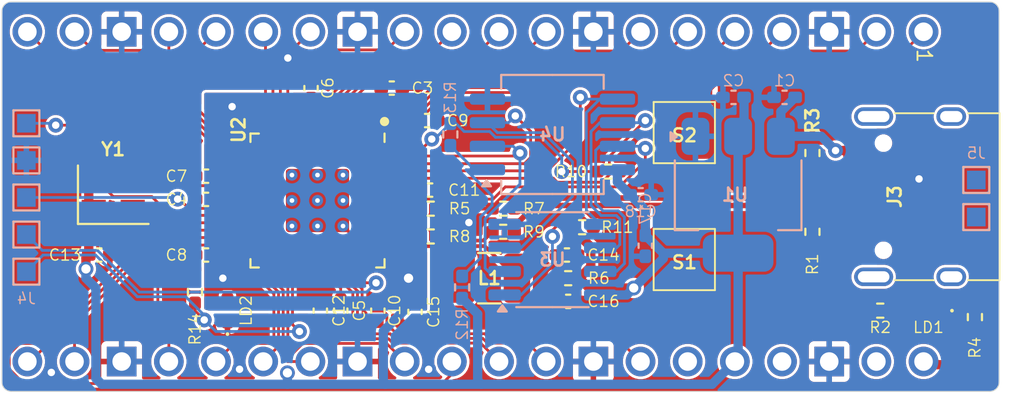
<source format=kicad_pcb>
(kicad_pcb (version 20241229) (generator "pcbnew") (generator_version "9.0")
  (title_block (title "MiniFRANK RM1E") (date "2025-04-15") (rev "${VERSION}") (company "Mikhail Matveev") (comment 1 "https://github.com/xtremespb/frank"))
  (layers (0 "F.Cu" signal) (2 "B.Cu" signal) (13 "F.Paste" user) (15 "B.Paste" user) (5 "F.SilkS" user "F.Silkscreen") (7 "B.SilkS" user "B.Silkscreen") (1 "F.Mask" user) (3 "B.Mask" user) (25 "Edge.Cuts" user))
  (property "VERSION" "2.06")
  (net 0 "")
  (net 1 "VBUS")
  (net 2 "GND")
  (net 3 "+3V3")
  (net 4 "/RP2350A/VREG_AVDD")
  (net 7 "Net-(J3-SHIELD)")
  (net 10 "/RP2350A/VREG_LX")
  (net 11 "Net-(U2-USB_DP)")
  (net 12 "Net-(U2-USB_DM)")
  (net 13 "/RP2350A/QSPI_SS")
  (net 14 "/RP2350A/~{USB_BOOT}")
  (net 15 "/RP2350A/FLASH_SS")
  (net 16 "/RP2350A/QSPI_SD3")
  (net 17 "/RP2350A/QSPI_SD1")
  (net 18 "/RP2350A/XOUT")
  (net 19 "/RP2350A/QSPI_SD2")
  (net 20 "/RP2350A/QSPI_SD0")
  (net 21 "/RP2350A/XIN")
  (net 22 "/RP2350A/QSPI_SCLK")
  (net 23 "/GPIO16")
  (net 24 "/GPIO0")
  (net 25 "/GPIO1")
  (net 26 "/GPIO2")
  (net 27 "/GPIO3")
  (net 28 "/GPIO5")
  (net 29 "/GPIO4")
  (net 30 "/GPIO15")
  (net 31 "/GPIO14")
  (net 32 "/GPIO21")
  (net 33 "/D+")
  (net 34 "/D-")
  (net 35 "Net-(LD1-A)")
  (net 36 "Net-(LD2-A)")
  (net 37 "/GPIO6")
  (net 38 "/GPIO7")
  (net 39 "/GPIO8")
  (net 40 "/GPIO9")
  (net 41 "/GPIO10")
  (net 42 "/GPIO11")
  (net 43 "/GPIO12")
  (net 44 "/GPIO13")
  (net 45 "/GPIO28")
  (net 46 "/GPIO27")
  (net 47 "/GPIO26")
  (net 48 "/RUN")
  (net 49 "/GPIO22")
  (net 50 "/GPIO19")
  (net 51 "/GPIO24")
  (net 52 "/SWD")
  (net 53 "/SWCLK")
  (net 54 "/GPIO23")
  (net 55 "/GPIO20")
  (net 56 "/GPIO18")
  (net 57 "/GPIO29")
  (net 58 "/GPIO17")
  (net 59 "VS")
  (net 60 "Net-(J3-CC1)")
  (net 61 "+1V1")
  (net 62 "Net-(J3-CC2)")
  (net 63 "GPIO25")
  (footprint "FRANK:Button (SMD, 3x3mm, 1-1)" (layer "F.Cu") (at 129 33.75 -90)
    (property "Reference" "S2")
    (property "Value" "TS-1233" (hide yes))
  )
  (footprint "FRANK:Capacitor (0402)" (layer "F.Cu") (at 101.5975 39 180)
    (property "Reference" "C4")
    (property "Value" "4.7u" (hide yes))
  )
  (footprint "FRANK:LED (0402)" (layer "F.Cu") (at 140.5 45 180)
    (property "Reference" "LD1")
    (property "Value" "Green" (hide yes))
  )
  (footprint "FRANK:Resistor (0402)" (layer "F.Cu") (at 117.5975 39.5)
    (property "Reference" "R7")
    (property "Value" "33R" (hide yes))
  )
  (footprint "FRANK:Resistor (0402)" (layer "F.Cu") (at 137.9025 45 180)
    (property "Reference" "R2")
    (property "Value" "1K" (hide yes))
  )
  (footprint "FRANK:Capacitor (0402)" (layer "F.Cu") (at 101.5975 37.75 180)
    (property "Reference" "C7")
    (property "Value" "100n" (hide yes))
  )
  (footprint "FRANK:Capacitor (0402)" (layer "F.Cu") (at 112.8475 45.0675 -90)
    (property "Reference" "C15")
    (property "Value" "4.7u" (hide yes))
  )
  (footprint "FRANK:Button (SMD, 3x3mm, 1-1)" (layer "F.Cu") (at 129 40.595 -90)
    (property "Reference" "S1")
    (property "Value" "Reset" (hide yes))
  )
  (footprint "FRANK:Capacitor (0402)" (layer "F.Cu") (at 108.8475 45 -90)
    (property "Reference" "C5")
    (property "Value" "100n" (hide yes))
  )
  (footprint "FRANK:Resistor (0402)" (layer "F.Cu") (at 121.0975 43.25 180)
    (property "Reference" "R6")
    (property "Value" "33" (hide yes))
  )
  (footprint "FRANK:Capacitor (0402)" (layer "F.Cu") (at 101.5975 42 180)
    (property "Reference" "C8")
    (property "Value" "100n" (hide yes))
  )
  (footprint "FRANK:CON_PICO_1-20" (layer "F.Cu") (at 116.1036 29.9636 -90)
    (property "Reference" "J2" (hide yes))
    (property "Value" "~")
  )
  (footprint "FRANK:USB Type C" (layer "F.Cu") (at 144.3263 38.8561 90)
    (property "Reference" "J3")
    (property "Value" "USB4215-03-A")
  )
  (footprint "FRANK:Resistor (0402)" (layer "F.Cu") (at 117.5975 40.75)
    (property "Reference" "R9")
    (property "Value" "33R" (hide yes))
  )
  (footprint "FRANK:Resistor (0402)" (layer "F.Cu") (at 113.695 39.5 180)
    (property "Reference" "R5")
    (property "Value" "150R" (hide yes))
  )
  (footprint "FRANK:Capacitor (0402)" (layer "F.Cu") (at 107.75 45 -90)
    (property "Reference" "C12")
    (property "Value" "100n" (hide yes))
  )
  (footprint "FRANK:Capacitor (0402)" (layer "F.Cu") (at 110.8475 45 -90)
    (property "Reference" "C10")
    (property "Value" "100n" (hide yes))
  )
  (footprint "FRANK:Resistor (0402)" (layer "F.Cu") (at 101 44 -90)
    (property "Reference" "R14")
    (property "Value" "1K" (hide yes))
  )
  (footprint "FRANK:Capacitor (0402)" (layer "F.Cu") (at 113.5 34.75)
    (property "Reference" "C9")
    (property "Value" "100n" (hide yes))
  )
  (footprint "FRANK:Capacitor (0402)" (layer "F.Cu") (at 111.5975 33)
    (property "Reference" "C3")
    (property "Value" "100n" (hide yes))
  )
  (footprint "FRANK:Resistor (0402)" (layer "F.Cu") (at 113.695 41 180)
    (property "Reference" "R8")
    (property "Value" "150R" (hide yes))
  )
  (footprint "FRANK:Capacitor (0402)" (layer "F.Cu") (at 95.8475 42)
    (property "Reference" "C13")
    (property "Value" "100n" (hide yes))
  )
  (footprint "FRANK:Capacitor (0402)" (layer "F.Cu") (at 107.25 33 90)
    (property "Reference" "C6")
    (property "Value" "100n" (hide yes))
  )
  (footprint "FRANK:Resistor (0402)" (layer "F.Cu") (at 123.25 37.5)
    (property "Reference" "R10")
    (property "Value" "1K" (hide yes))
  )
  (footprint "FRANK:QFN 60 (RP2350A)" (layer "F.Cu") (at 107.5975 39.0625 -90)
    (property "Reference" "U2")
    (property "Value" "RP2350" (hide yes))
  )
  (footprint "FRANK:Crystal (3225, active)" (layer "F.Cu") (at 96.5975 38.75)
    (property "Reference" "Y1")
    (property "Value" "ASE-12MHz" (hide yes))
  )
  (footprint "FRANK:Resistor (0402)" (layer "F.Cu") (at 134.25 36.5 -90)
    (property "Reference" "R3")
    (property "Value" "5.1K" (hide yes))
  )
  (footprint "FRANK:Capacitor (0402)" (layer "F.Cu") (at 121.0975 44.5)
    (property "Reference" "C16")
    (property "Value" "4.7u" (hide yes))
  )
  (footprint "FRANK:Inductor (3225)" (layer "F.Cu") (at 116.8475 43.25 180)
    (property "Reference" "L1")
    (property "Value" "3.3u" (hide yes))
  )
  (footprint "FRANK:Resistor (0402)" (layer "F.Cu") (at 121.8475 40.5 180)
    (property "Reference" "R11")
    (property "Value" "10K" (hide yes))
  )
  (footprint "FRANK:Capacitor (0402)" (layer "F.Cu") (at 113.665 38.5)
    (property "Reference" "C11")
    (property "Value" "100n" (hide yes))
  )
  (footprint "FRANK:CON_PICO_21-40" (layer "F.Cu") (at 116.1036 47.7436 -90)
    (property "Reference" "J1" (hide yes))
    (property "Value" "~")
  )
  (footprint "FRANK:Resistor (0402)" (layer "F.Cu") (at 134.25 40.75 90)
    (property "Reference" "R1")
    (property "Value" "5.1K" (hide yes))
  )
  (footprint "FRANK:LED (0402)" (layer "F.Cu") (at 102.75 45 90)
    (property "Reference" "LD2")
    (property "Value" "Blue" (hide yes))
  )
  (footprint "FRANK:Capacitor (0402)" (layer "F.Cu") (at 121.03 42)
    (property "Reference" "C14")
    (property "Value" "4.7u" (hide yes))
  )
  (footprint "FRANK:Resistor (0402)" (layer "F.Cu") (at 143 45.3475 -90)
    (property "Reference" "R4")
    (property "Value" "1M" (hide yes))
  )
  (footprint "FRANK:Capacitor (0402)" (layer "B.Cu") (at 125.25 41.5 -90)
    (property "Reference" "C17")
    (property "Value" "100n" (hide yes))
  )
  (footprint "FRANK:Test Points (1mm x 2)" (layer "B.Cu") (at 143.074 37.954 180)
    (property "Reference" "J5")
    (property "Value" "~" (hide yes))
  )
  (footprint "FRANK:SOIC-8" (layer "B.Cu") (at 120.25 35.5)
    (property "Reference" "U4")
    (property "Value" "W25Q128JVS")
  )
  (footprint "FRANK:Resistor (0402)" (layer "B.Cu") (at 115.386 43.744 90)
    (property "Reference" "R12")
    (property "Value" "10K" (hide yes))
  )
  (footprint "FRANK:SO-8" (layer "B.Cu") (at 120.25 42.25)
    (property "Reference" "U3")
    (property "Value" "ESP-PSRAM32")
  )
  (footprint "FRANK:Capacitor (0402)" (layer "B.Cu") (at 125 38.75)
    (property "Reference" "C18")
    (property "Value" "100n" (hide yes))
  )
  (footprint "FRANK:Test Points (1mm x 5)" (layer "B.Cu") (at 91.921 42.898)
    (property "Reference" "J4")
    (property "Value" "~" (hide yes))
  )
  (footprint "FRANK:SOT-223" (layer "B.Cu") (at 130.25 38.75 -90)
    (property "Reference" "U1")
    (property "Value" "NCP1117 3.3")
  )
  (footprint "FRANK:Capacitor (0402)" (layer "B.Cu") (at 132.75 33.5 180)
    (property "Reference" "C1")
    (property "Value" "10u" (hide yes))
  )
  (footprint "FRANK:Capacitor (0402)" (layer "B.Cu") (at 130 33.5 180)
    (property "Reference" "C2")
    (property "Value" "10u" (hide yes))
  )
  (footprint "FRANK:Resistor (0402)" (layer "B.Cu") (at 114.75 35.5 -90)
    (property "Reference" "R13")
    (property "Value" "0" (hide yes))
  )
  (gr_arc (start 143.803449 28.353553) (mid 144.157005 28.499998) (end 144.303449 28.853553) (stroke (width 0.05)) (layer "Edge.Cuts"))
  (gr_line (start 144.303449 28.853553) (end 144.303449 48.853553) (stroke (width 0.05)) (layer "Edge.Cuts"))
  (gr_arc (start 90.603553 28.853553) (mid 90.75 28.5) (end 91.103553 28.353553) (stroke (width 0.05)) (layer "Edge.Cuts"))
  (gr_arc (start 144.303449 48.853553) (mid 144.157002 49.207105) (end 143.803449 49.353553) (stroke (width 0.05)) (layer "Edge.Cuts"))
  (gr_line (start 91.103553 49.353553) (end 143.803449 49.353553) (stroke (width 0.05)) (layer "Edge.Cuts"))
  (gr_line (start 90.603553 48.853553) (end 90.603553 28.853553) (stroke (width 0.05)) (layer "Edge.Cuts"))
  (gr_arc (start 91.103553 49.353553) (mid 90.75 49.207106) (end 90.603553 48.853553) (stroke (width 0.05)) (layer "Edge.Cuts"))
  (gr_line (start 91.103553 28.353553) (end 143.803449 28.353553) (stroke (width 0.05)) (layer "Edge.Cuts"))
  (segment (start 137.775581 41.0201) (end 140.6539 41.0201) (width 0.5) (layer "F.Cu") (net 1))
  (segment (start 144.052449 47.518551) (end 143.656 47.915) (width 0.5) (layer "F.Cu") (net 1))
  (segment (start 141.026 37.154) (end 140.5641 36.6921) (width 0.5) (layer "F.Cu") (net 1))
  (segment (start 136.5932 36.368) (end 136.6313 36.4061) (width 0.5) (layer "F.Cu") (net 1))
  (segment (start 137.775581 36.6921) (end 137.489581 36.4061) (width 0.5) (layer "F.Cu") (net 1))
  (segment (start 137.489581 41.3061) (end 137.775581 41.0201) (width 0.5) (layer "F.Cu") (net 1))
  (segment (start 140.405 47.915) (end 140.2336 47.7436) (width 0.5) (layer "F.Cu") (net 1))
  (segment (start 140.5641 36.6921) (end 137.775581 36.6921) (width 0.5) (layer "F.Cu") (net 1))
  (segment (start 137.489581 36.4061) (end 136.6313 36.4061) (width 0.5) (layer "F.Cu") (net 1))
  (segment (start 135.494 36.368) (end 136.5932 36.368) (width 0.5) (layer "F.Cu") (net 1))
  (segment (start 136.6313 41.3061) (end 137.489581 41.3061) (width 0.5) (layer "F.Cu") (net 1))
  (segment (start 141.026 40.648) (end 141.026 37.154) (width 0.5) (layer "F.Cu") (net 1))
  (segment (start 140.6539 41.0201) (end 141.026 40.648) (width 0.5) (layer "F.Cu") (net 1))
  (segment (start 143.656 47.915) (end 140.405 47.915) (width 0.5) (layer "F.Cu") (net 1))
  (segment (start 144.052449 43.674449) (end 144.052449 47.518551) (width 0.5) (layer "F.Cu") (net 1))
  (segment (start 141.026 40.648) (end 144.052449 43.674449) (width 0.5) (layer "F.Cu") (net 1))
  (via (at 135.494 36.368) (size 0.8) (drill 0.4) (layers "F.Cu" "B.Cu") (net 1))
  (segment (start 132.55 35.6) (end 134.726 35.6) (width 0.5) (layer "B.Cu") (net 1))
  (segment (start 132.55 35.6) (end 132.55 34.2675) (width 0.5) (layer "B.Cu") (net 1))
  (segment (start 132.55 34.2675) (end 133.3175 33.5) (width 0.5) (layer "B.Cu") (net 1))
  (segment (start 134.726 35.6) (end 135.494 36.368) (width 0.5) (layer "B.Cu") (net 1))
  (segment (start 108.9725 40.4375) (end 109.9975 41.4625) (width 0.15) (layer "F.Cu") (net 2))
  (segment (start 109.9975 41.4625) (end 111.035 41.4625) (width 0.15) (layer "F.Cu") (net 2))
  (via (at 93.264011 48.33186) (size 0.8) (drill 0.4) (layers "F.Cu" "B.Cu") (net 2))
  (via (at 106 31.378342) (size 0.8) (drill 0.4) (layers "F.Cu" "B.Cu") (net 2))
  (via (at 113.582711 48.164001) (size 0.8) (drill 0.4) (layers "F.Cu" "B.Cu") (net 2))
  (via (at 139.99 37.898) (size 0.8) (drill 0.4) (layers "F.Cu" "B.Cu") (net 2))
  (via (at 103.398956 48.16069) (size 0.8) (drill 0.4) (layers "F.Cu" "B.Cu") (net 2))
  (via (at 115.75 40.25) (size 0.8) (drill 0.4) (layers "F.Cu" "B.Cu") (net 2))
  (segment (start 95.28 42) (end 95.28 38.1925) (width 0.5) (layer "F.Cu") (net 3))
  (segment (start 122.316 42.629) (end 122.316 41.566) (width 0.5) (layer "F.Cu") (net 3))
  (segment (start 95.128 42.152) (end 95.28 42) (width 0.5) (layer "F.Cu") (net 3))
  (segment (start 95.28 38.1925) (end 95.5475 37.925) (width 0.5) (layer "F.Cu") (net 3))
  (segment (start 122.316 41.566) (end 121.25 40.5) (width 0.5) (layer "F.Cu") (net 3))
  (segment (start 121.695 43.25) (end 122.316 42.629) (width 0.5) (layer "F.Cu") (net 3))
  (segment (start 124.625944 43.778944) (end 122.223944 43.778944) (width 0.5) (layer "F.Cu") (net 3))
  (segment (start 95.128 42.75) (end 95.128 42.152) (width 0.5) (layer "F.Cu") (net 3))
  (segment (start 122.223944 43.778944) (end 121.695 43.25) (width 0.5) (layer "F.Cu") (net 3))
  (via (at 103 34) (size 0.8) (drill 0.4) (layers "F.Cu" "B.Cu") (net 3))
  (via (at 105.977 48.353) (size 0.8) (drill 0.5) (layers "F.Cu" "B.Cu") (net 3))
  (via (at 112.5 43.25) (size 0.8) (drill 0.5) (layers "F.Cu" "B.Cu") (net 3))
  (via (at 124.625944 43.778944) (size 0.8) (drill 0.5) (layers "F.Cu" "B.Cu") (net 3))
  (via (at 102.5 43.25) (size 0.8) (drill 0.4) (layers "F.Cu" "B.Cu") (net 3))
  (via (at 95.128 42.75) (size 0.8) (drill 0.5) (layers "F.Cu" "B.Cu") (net 3))
  (segment (start 112.5 44.75) (end 112.5 43.25) (width 0.5) (layer "B.Cu") (net 3))
  (segment (start 116.2226 48.7686) (end 116.2226 45.1781) (width 0.5) (layer "B.Cu") (net 3))
  (segment (start 130.25 35.6) (end 130.25 41.9) (width 0.5) (layer "B.Cu") (net 3))
  (segment (start 130.25 41.9) (end 126.2175 41.9) (width 0.5) (layer "B.Cu") (net 3))
  (segment (start 95.6646 43.7866) (end 95.6646 48.6566) (width 0.5) (layer "B.Cu") (net 3))
  (segment (start 111.1426 48.8626) (end 111.1426 46.1074) (width 0.5) (layer "B.Cu") (net 3))
  (segment (start 95.128 42.75) (end 95.128 43.25) (width 0.5) (layer "B.Cu") (net 3))
  (segment (start 123.75 37.405) (end 123.75 38.0675) (width 0.5) (layer "B.Cu") (net 3))
  (segment (start 125.25 39.5675) (end 124.4325 38.75) (width 0.5) (layer "B.Cu") (net 3))
  (segment (start 95.6646 48.6566) (end 95.978 48.97) (width 0.5) (layer "B.Cu") (net 3))
  (segment (start 130.0736 47.7436) (end 128.8472 48.97) (width 0.5) (layer "B.Cu") (net 3))
  (segment (start 130.25 41.9) (end 130.25 47.5672) (width 0.5) (layer "B.Cu") (net 3))
  (segment (start 116.424 48.97) (end 116.2226 48.7686) (width 0.5) (layer "B.Cu") (net 3))
  (segment (start 130.5675 35.2825) (end 130.25 35.6) (width 0.5) (layer "B.Cu") (net 3))
  (segment (start 130.5675 33.5) (end 130.5675 35.2825) (width 0.5) (layer "B.Cu") (net 3))
  (segment (start 111.1426 46.1074) (end 112.5 44.75) (width 0.5) (layer "B.Cu") (net 3))
  (segment (start 124.625944 43.778944) (end 126.2175 42.187388) (width 0.5) (layer "B.Cu") (net 3))
  (segment (start 116.2226 45.1781) (end 115.386 44.3415) (width 0.5) (layer "B.Cu") (net 3))
  (segment (start 124.249888 44.155) (end 124.625944 43.778944) (width 0.5) (layer "B.Cu") (net 3))
  (segment (start 111.25 48.97) (end 105.977 48.97) (width 0.5) (layer "B.Cu") (net 3))
  (segment (start 111.25 48.97) (end 111.1426 48.8626) (width 0.5) (layer "B.Cu") (net 3))
  (segment (start 95.128 43.25) (end 95.6646 43.7866) (width 0.5) (layer "B.Cu") (net 3))
  (segment (start 128.8472 48.97) (end 116.424 48.97) (width 0.5) (layer "B.Cu") (net 3))
  (segment (start 116.424 48.97) (end 111.25 48.97) (width 0.5) (layer "B.Cu") (net 3))
  (segment (start 105.977 48.97) (end 105.977 48.353) (width 0.5) (layer "B.Cu") (net 3))
  (segment (start 123.75 38.0675) (end 124.4325 38.75) (width 0.5) (layer "B.Cu") (net 3))
  (segment (start 95.978 48.97) (end 105.977 48.97) (width 0.5) (layer "B.Cu") (net 3))
  (segment (start 126.2175 41.9) (end 125.25 40.9325) (width 0.5) (layer "B.Cu") (net 3))
  (segment (start 125.25 40.9325) (end 125.25 39.5675) (width 0.5) (layer "B.Cu") (net 3))
  (segment (start 122.825 44.155) (end 124.249888 44.155) (width 0.5) (layer "B.Cu") (net 3))
  (segment (start 130.25 47.5672) (end 130.0736 47.7436) (width 0.5) (layer "B.Cu") (net 3))
  (segment (start 126.2175 42.187388) (end 126.2175 41.9) (width 0.5) (layer "B.Cu") (net 3))
  (segment (start 113.06 39.4625) (end 113.0975 39.5) (width 0.15) (layer "F.Cu") (net 11))
  (segment (start 111.035 39.4625) (end 113.06 39.4625) (width 0.15) (layer "F.Cu") (net 11))
  (segment (start 111.035 39.8625) (end 112.62289 39.8625) (width 0.15) (layer "F.Cu") (net 12))
  (segment (start 113.0975 40.33711) (end 113.0975 41) (width 0.15) (layer "F.Cu") (net 12))
  (segment (start 112.62289 39.8625) (end 113.0975 40.33711) (width 0.15) (layer "F.Cu") (net 12))
  (segment (start 122.6525 37.5) (end 120.75 37.5) (width 0.15) (layer "F.Cu") (net 13))
  (segment (start 113.2375 36.2625) (end 113.75 35.75) (width 0.15) (layer "F.Cu") (net 13))
  (segment (start 111.035 36.2625) (end 113.2375 36.2625) (width 0.15) (layer "F.Cu") (net 13))
  (via (at 113.75 35.75) (size 0.8) (drill 0.4) (layers "F.Cu" "B.Cu") (net 13))
  (via (at 120.75 37.5) (size 0.8) (drill 0.4) (layers "F.Cu" "B.Cu") (net 13))
  (segment (start 113.75 35.75) (end 113.9025 35.75) (width 0.15) (layer "B.Cu") (net 13))
  (segment (start 116.871032 35.341) (end 115.4935 35.341) (width 0.15) (layer "B.Cu") (net 13))
  (segment (start 120.75 36.75) (end 119.65181 35.65181) (width 0.15) (layer "B.Cu") (net 13))
  (segment (start 114.9025 34.75) (end 114.75 34.9025) (width 0.15) (layer "B.Cu") (net 13))
  (segment (start 113.9025 35.75) (end 114.75 34.9025) (width 0.15) (layer "B.Cu") (net 13))
  (segment (start 119.65181 35.65181) (end 117.181842 35.65181) (width 0.15) (layer "B.Cu") (net 13))
  (segment (start 120.75 37.5) (end 120.75 36.75) (width 0.15) (layer "B.Cu") (net 13))
  (segment (start 117.181842 35.65181) (end 116.871032 35.341) (width 0.15) (layer "B.Cu") (net 13))
  (segment (start 115.4935 35.341) (end 114.9025 34.75) (width 0.15) (layer "B.Cu") (net 13))
  (segment (start 115.595 37.405) (end 117 38.81) (width 0.15) (layer "B.Cu") (net 15))
  (segment (start 116.0575 37.405) (end 114.75 36.0975) (width 0.15) (layer "B.Cu") (net 15))
  (segment (start 117 38.81) (end 117 39.324842) (width 0.15) (layer "B.Cu") (net 15))
  (segment (start 116.75 37.405) (end 115.595 37.405) (width 0.15) (layer "B.Cu") (net 15))
  (segment (start 117 39.324842) (end 116.373 39.951842) (width 0.15) (layer "B.Cu") (net 15))
  (segment (start 116.75 37.405) (end 116.0575 37.405) (width 0.15) (layer "B.Cu") (net 15))
  (segment (start 116.373 39.951842) (end 116.373 42.1595) (width 0.15) (layer "B.Cu") (net 15))
  (segment (start 116.373 42.1595) (end 115.386 43.1465) (width 0.15) (layer "B.Cu") (net 15))
  (segment (start 123.85761 38.327) (end 125.25 36.93461) (width 0.15) (layer "F.Cu") (net 16))
  (segment (start 125.25 36.93461) (end 125.25 36.25) (width 0.15) (layer "F.Cu") (net 16))
  (segment (start 117.052966 38.986) (end 117.711966 38.327) (width 0.15) (layer "F.Cu") (net 16))
  (segment (start 117.711966 38.327) (end 123.85761 38.327) (width 0.15) (layer "F.Cu") (net 16))
  (segment (start 112.7436 38.986) (end 117.052966 38.986) (width 0.15) (layer "F.Cu") (net 16))
  (segment (start 112.0201 38.2625) (end 112.7436 38.986) (width 0.15) (layer "F.Cu") (net 16))
  (segment (start 111.035 38.2625) (end 112.0201 38.2625) (width 0.15) (layer "F.Cu") (net 16))
  (via (at 125.25 36.25) (size 0.8) (drill 0.4) (layers "F.Cu" "B.Cu") (net 16))
  (segment (start 122.972968 39.618) (end 123.793158 39.618) (width 0.15) (layer "B.Cu") (net 16))
  (segment (start 124.127 39.951842) (end 124.127 42.457999) (width 0.15) (layer "B.Cu") (net 16))
  (segment (start 124.127 42.457999) (end 123.699999 42.885) (width 0.15) (layer "B.Cu") (net 16))
  (segment (start 122.578 39.223032) (end 122.972968 39.618) (width 0.15) (layer "B.Cu") (net 16))
  (segment (start 123.75 36.135) (end 122.800001 36.135) (width 0.15) (layer "B.Cu") (net 16))
  (segment (start 123.75 36.135) (end 125.135 36.135) (width 0.15) (layer "B.Cu") (net 16))
  (segment (start 125.135 36.135) (end 125.25 36.25) (width 0.15) (layer "B.Cu") (net 16))
  (segment (start 122.800001 36.135) (end 122.578 36.357001) (width 0.15) (layer "B.Cu") (net 16))
  (segment (start 122.578 36.357001) (end 122.578 39.223032) (width 0.15) (layer "B.Cu") (net 16))
  (segment (start 123.793158 39.618) (end 124.127 39.951842) (width 0.15) (layer "B.Cu") (net 16))
  (segment (start 123.699999 42.885) (end 122.825 42.885) (width 0.15) (layer "B.Cu") (net 16))
  (segment (start 111.035 36.6625) (end 118.3375 36.6625) (width 0.15) (layer "F.Cu") (net 17))
  (segment (start 118.3375 36.6625) (end 118.5 36.5) (width 0.15) (layer "F.Cu") (net 17))
  (via (at 118.5 36.5) (size 0.8) (drill 0.4) (layers "F.Cu" "B.Cu") (net 17))
  (segment (start 118.5 38.17981) (end 116.624 40.05581) (width 0.15) (layer "B.Cu") (net 17))
  (segment (start 118.5 36.5) (end 118.5 38.17981) (width 0.15) (layer "B.Cu") (net 17))
  (segment (start 116.800001 42.885) (end 117.675 42.885) (width 0.15) (layer "B.Cu") (net 17))
  (segment (start 116.75 36.135) (end 118.135 36.135) (width 0.15) (layer "B.Cu") (net 17))
  (segment (start 116.624 40.05581) (end 116.624 42.708999) (width 0.15) (layer "B.Cu") (net 17))
  (segment (start 116.624 42.708999) (end 116.800001 42.885) (width 0.15) (layer "B.Cu") (net 17))
  (segment (start 118.135 36.135) (end 118.5 36.5) (width 0.15) (layer "B.Cu") (net 17))
  (segment (start 118.738588 37.076) (end 119.076 36.738588) (width 0.15) (layer "F.Cu") (net 19))
  (segment (start 119.076 36.738588) (end 119.076 35.326) (width 0.15) (layer "F.Cu") (net 19))
  (segment (start 111.0485 37.076) (end 118.738588 37.076) (width 0.15) (layer "F.Cu") (net 19))
  (segment (start 119.076 35.326) (end 118.25 34.5) (width 0.15) (layer "F.Cu") (net 19))
  (segment (start 111.035 37.0625) (end 111.0485 37.076) (width 0.15) (layer "F.Cu") (net 19))
  (via (at 118.25 34.5) (size 0.8) (drill 0.4) (layers "F.Cu" "B.Cu") (net 19))
  (segment (start 118.549999 41.615) (end 117.675 41.615) (width 0.15) (layer "B.Cu") (net 19))
  (segment (start 121.326 36.971032) (end 121.326 38.838999) (width 0.15) (layer "B.Cu") (net 19))
  (segment (start 116.75 34.865) (end 117.885 34.865) (width 0.15) (layer "B.Cu") (net 19))
  (segment (start 119.755778 35.40081) (end 121.326 36.971032) (width 0.15) (layer "B.Cu") (net 19))
  (segment (start 117.28581 35.40081) (end 119.755778 35.40081) (width 0.15) (layer "B.Cu") (net 19))
  (segment (start 116.75 34.865) (end 117.28581 35.40081) (width 0.15) (layer "B.Cu") (net 19))
  (segment (start 117.885 34.865) (end 118.25 34.5) (width 0.15) (layer "B.Cu") (net 19))
  (segment (start 121.326 38.838999) (end 118.549999 41.615) (width 0.15) (layer "B.Cu") (net 19))
  (segment (start 111.035 37.4625) (end 119.972912 37.4625) (width 0.15) (layer "F.Cu") (net 20))
  (segment (start 119.972912 37.4625) (end 121.75 35.685412) (width 0.15) (layer "F.Cu") (net 20))
  (segment (start 121.75 35.685412) (end 121.75 33.5) (width 0.15) (layer "F.Cu") (net 20))
  (via (at 121.75 33.5) (size 0.8) (drill 0.4) (layers "F.Cu" "B.Cu") (net 20))
  (segment (start 121.845 33.595) (end 121.75 33.5) (width 0.15) (layer "B.Cu") (net 20))
  (segment (start 123.75 33.595) (end 121.845 33.595) (width 0.15) (layer "B.Cu") (net 20))
  (segment (start 122.800001 33.595) (end 122.076 34.319001) (width 0.15) (layer "B.Cu") (net 20))
  (segment (start 123.75 33.595) (end 122.800001 33.595) (width 0.15) (layer "B.Cu") (net 20))
  (segment (start 122.076 39.596) (end 122.825 40.345) (width 0.15) (layer "B.Cu") (net 20))
  (segment (start 122.076 34.319001) (end 122.076 39.596) (width 0.15) (layer "B.Cu") (net 20))
  (segment (start 104.16 38.2625) (end 97.985 38.2625) (width 0.15) (layer "F.Cu") (net 21))
  (segment (start 97.985 38.2625) (end 97.6475 37.925) (width 0.15) (layer "F.Cu") (net 21))
  (segment (start 120.297912 37.8625) (end 120.511412 38.076) (width 0.15) (layer "F.Cu") (net 22))
  (segment (start 123.314 36.686) (end 125.25 34.75) (width 0.15) (layer "F.Cu") (net 22))
  (segment (start 123.314 37.67561) (end 123.314 36.686) (width 0.15) (layer "F.Cu") (net 22))
  (segment (start 120.511412 38.076) (end 122.91361 38.076) (width 0.15) (layer "F.Cu") (net 22))
  (segment (start 122.91361 38.076) (end 123.314 37.67561) (width 0.15) (layer "F.Cu") (net 22))
  (segment (start 111.035 37.8625) (end 120.297912 37.8625) (width 0.15) (layer "F.Cu") (net 22))
  (via (at 125.25 34.75) (size 0.8) (drill 0.4) (layers "F.Cu" "B.Cu") (net 22))
  (segment (start 123.68919 39.869) (end 123.876 40.05581) (width 0.15) (layer "B.Cu") (net 22))
  (segment (start 123.876 40.05581) (end 123.876 41.438999) (width 0.15) (layer "B.Cu") (net 22))
  (segment (start 122.327 39.327) (end 122.869 39.869) (width 0.15) (layer "B.Cu") (net 22))
  (segment (start 123.876 41.438999) (end 123.699999 41.615) (width 0.15) (layer "B.Cu") (net 22))
  (segment (start 125.135 34.865) (end 123.75 34.865) (width 0.15) (layer "B.Cu") (net 22))
  (segment (start 123.699999 41.615) (end 122.825 41.615) (width 0.15) (layer "B.Cu") (net 22))
  (segment (start 122.800001 34.865) (end 122.327 35.338001) (width 0.15) (layer "B.Cu") (net 22))
  (segment (start 125.25 34.75) (end 125.135 34.865) (width 0.15) (layer "B.Cu") (net 22))
  (segment (start 122.869 39.869) (end 123.68919 39.869) (width 0.15) (layer "B.Cu") (net 22))
  (segment (start 122.327 35.338001) (end 122.327 39.327) (width 0.15) (layer "B.Cu") (net 22))
  (segment (start 123.75 34.865) (end 122.800001 34.865) (width 0.15) (layer "B.Cu") (net 22))
  (segment (start 92.127653 47.7436) (end 91.9736 47.7436) (width 0.15) (layer "F.Cu") (net 23))
  (segment (start 104.16 40.6625) (end 99.208753 40.6625) (width 0.15) (layer "F.Cu") (net 23))
  (segment (start 99.208753 40.6625) (end 92.127653 47.7436) (width 0.15) (layer "F.Cu") (net 23))
  (segment (start 109.9975 34.609468) (end 110.353968 34.253) (width 0.15) (layer "F.Cu") (net 24))
  (segment (start 127.164072 31.753) (end 129.352968 31.753) (width 0.15) (layer "F.Cu") (net 24))
  (segment (start 118.769166 33.237842) (end 119.752008 32.255) (width 0.15) (layer "F.Cu") (net 24))
  (segment (start 137.006084 31.006084) (end 139.191116 31.006084) (width 0.15) (layer "F.Cu") (net 24))
  (segment (start 124.493632 32.255) (end 124.75 31.998632) (width 0.15) (layer "F.Cu") (net 24))
  (segment (start 110.353968 34.253) (end 113.534588 34.253) (width 0.15) (layer "F.Cu") (net 24))
  (segment (start 129.603968 31.502) (end 131.852968 31.502) (width 0.15) (layer "F.Cu") (net 24))
  (segment (start 139.191116 31.006084) (end 140.2336 29.9636) (width 0.15) (layer "F.Cu") (net 24))
  (segment (start 131.852968 31.502) (end 132.104968 31.25) (width 0.15) (layer "F.Cu") (net 24))
  (segment (start 136.761168 31.251) (end 137.006084 31.006084) (width 0.15) (layer "F.Cu") (net 24))
  (segment (start 126.91844 31.998632) (end 127.164072 31.753) (width 0.15) (layer "F.Cu") (net 24))
  (segment (start 129.352968 31.753) (end 129.603968 31.502) (width 0.15) (layer "F.Cu") (net 24))
  (segment (start 119.752008 32.255) (end 124.493632 32.255) (width 0.15) (layer "F.Cu") (net 24))
  (segment (start 136.5 31.25) (end 136.501 31.251) (width 0.15) (layer "F.Cu") (net 24))
  (segment (start 132.104968 31.25) (end 136.5 31.25) (width 0.15) (layer "F.Cu") (net 24))
  (segment (start 114.549746 33.237842) (end 118.769166 33.237842) (width 0.15) (layer "F.Cu") (net 24))
  (segment (start 113.534588 34.253) (end 114.549746 33.237842) (width 0.15) (layer "F.Cu") (net 24))
  (segment (start 136.501 31.251) (end 136.761168 31.251) (width 0.15) (layer "F.Cu") (net 24))
  (segment (start 124.75 31.998632) (end 126.91844 31.998632) (width 0.15) (layer "F.Cu") (net 24))
  (segment (start 109.9975 35.625) (end 109.9975 34.609468) (width 0.15) (layer "F.Cu") (net 24))
  (segment (start 109.5975 35.625) (end 109.5975 34.6545) (width 0.15) (layer "F.Cu") (net 25))
  (segment (start 124.373072 32.004) (end 124.62944 31.747632) (width 0.15) (layer "F.Cu") (net 25))
  (segment (start 110.25 34.002) (end 113.43062 34.002) (width 0.15) (layer "F.Cu") (net 25))
  (segment (start 118.677356 32.974684) (end 119.64804 32.004) (width 0.15) (layer "F.Cu") (net 25))
  (segment (start 124.62944 31.747632) (end 126.814472 31.747632) (width 0.15) (layer "F.Cu") (net 25))
  (segment (start 127.060104 31.502) (end 129.249 31.502) (width 0.15) (layer "F.Cu") (net 25))
  (segment (start 126.814472 31.747632) (end 127.060104 31.502) (width 0.15) (layer "F.Cu") (net 25))
  (segment (start 119.64804 32.004) (end 124.373072 32.004) (width 0.15) (layer "F.Cu") (net 25))
  (segment (start 109.5975 34.6545) (end 110.25 34.002) (width 0.15) (layer "F.Cu") (net 25))
  (segment (start 114.457936 32.974684) (end 118.677356 32.974684) (width 0.15) (layer "F.Cu") (net 25))
  (segment (start 131.749 31.251) (end 132 31) (width 0.15) (layer "F.Cu") (net 25))
  (segment (start 132 31) (end 136.6572 31) (width 0.15) (layer "F.Cu") (net 25))
  (segment (start 129.5 31.251) (end 131.749 31.251) (width 0.15) (layer "F.Cu") (net 25))
  (segment (start 113.43062 34.002) (end 114.457936 32.974684) (width 0.15) (layer "F.Cu") (net 25))
  (segment (start 136.6572 31) (end 137.6936 29.9636) (width 0.15) (layer "F.Cu") (net 25))
  (segment (start 129.249 31.502) (end 129.5 31.251) (width 0.15) (layer "F.Cu") (net 25))
  (segment (start 109.1975 35.625) (end 109.1975 34.636708) (width 0.15) (layer "F.Cu") (net 26))
  (segment (start 129.392168 31) (end 131.5772 31) (width 0.15) (layer "F.Cu") (net 26))
  (segment (start 113.326652 33.751) (end 114.353968 32.723684) (width 0.15) (layer "F.Cu") (net 26))
  (segment (start 110.083208 33.751) (end 113.326652 33.751) (width 0.15) (layer "F.Cu") (net 26))
  (segment (start 131.5772 31) (end 132.6136 29.9636) (width 0.15) (layer "F.Cu") (net 26))
  (segment (start 109.1975 34.636708) (end 110.083208 33.751) (width 0.15) (layer "F.Cu") (net 26))
  (segment (start 124.269104 31.753) (end 124.525472 31.496632) (width 0.15) (layer "F.Cu") (net 26))
  (segment (start 118.573388 32.723684) (end 119.544072 31.753) (width 0.15) (layer "F.Cu") (net 26))
  (segment (start 129.141168 31.251) (end 129.392168 31) (width 0.15) (layer "F.Cu") (net 26))
  (segment (start 126.710504 31.496632) (end 126.956136 31.251) (width 0.15) (layer "F.Cu") (net 26))
  (segment (start 114.353968 32.723684) (end 118.573388 32.723684) (width 0.15) (layer "F.Cu") (net 26))
  (segment (start 119.544072 31.753) (end 124.269104 31.753) (width 0.15) (layer "F.Cu") (net 26))
  (segment (start 126.956136 31.251) (end 129.141168 31.251) (width 0.15) (layer "F.Cu") (net 26))
  (segment (start 124.525472 31.496632) (end 126.710504 31.496632) (width 0.15) (layer "F.Cu") (net 26))
  (segment (start 124.421504 31.245632) (end 126.606536 31.245632) (width 0.15) (layer "F.Cu") (net 27))
  (segment (start 119.440104 31.502) (end 124.165136 31.502) (width 0.15) (layer "F.Cu") (net 27))
  (segment (start 108.7975 35.625) (end 108.7975 34.68174) (width 0.15) (layer "F.Cu") (net 27))
  (segment (start 118.46942 32.472684) (end 119.440104 31.502) (width 0.15) (layer "F.Cu") (net 27))
  (segment (start 126.606536 31.245632) (end 126.852168 31) (width 0.15) (layer "F.Cu") (net 27))
  (segment (start 124.165136 31.502) (end 124.421504 31.245632) (width 0.15) (layer "F.Cu") (net 27))
  (segment (start 108.7975 34.68174) (end 109.97924 33.5) (width 0.15) (layer "F.Cu") (net 27))
  (segment (start 113.222684 33.5) (end 114.25 32.472684) (width 0.15) (layer "F.Cu") (net 27))
  (segment (start 129.0372 31) (end 130.0736 29.9636) (width 0.15) (layer "F.Cu") (net 27))
  (segment (start 114.25 32.472684) (end 118.46942 32.472684) (width 0.15) (layer "F.Cu") (net 27))
  (segment (start 126.852168 31) (end 129.0372 31) (width 0.15) (layer "F.Cu") (net 27))
  (segment (start 109.97924 33.5) (end 113.222684 33.5) (width 0.15) (layer "F.Cu") (net 27))
  (segment (start 107.5975 34.816836) (end 110.443652 31.970684) (width 0.15) (layer "F.Cu") (net 28))
  (segment (start 118.261484 31.970684) (end 119.232168 31) (width 0.15) (layer "F.Cu") (net 28))
  (segment (start 107.5975 35.625) (end 107.5975 34.816836) (width 0.15) (layer "F.Cu") (net 28))
  (segment (start 123.9572 31) (end 124.9936 29.9636) (width 0.15) (layer "F.Cu") (net 28))
  (segment (start 119.232168 31) (end 123.9572 31) (width 0.15) (layer "F.Cu") (net 28))
  (segment (start 110.443652 31.970684) (end 118.261484 31.970684) (width 0.15) (layer "F.Cu") (net 28))
  (segment (start 119.336136 31.251) (end 124.061168 31.251) (width 0.15) (layer "F.Cu") (net 29))
  (segment (start 107.9975 34.771804) (end 110.54762 32.221684) (width 0.15) (layer "F.Cu") (net 29))
  (segment (start 126.502568 30.994632) (end 127.5336 29.9636) (width 0.15) (layer "F.Cu") (net 29))
  (segment (start 124.317536 30.994632) (end 126.502568 30.994632) (width 0.15) (layer "F.Cu") (net 29))
  (segment (start 110.54762 32.221684) (end 118.365452 32.221684) (width 0.15) (layer "F.Cu") (net 29))
  (segment (start 107.9975 35.625) (end 107.9975 34.771804) (width 0.15) (layer "F.Cu") (net 29))
  (segment (start 124.061168 31.251) (end 124.317536 30.994632) (width 0.15) (layer "F.Cu") (net 29))
  (segment (start 118.365452 32.221684) (end 119.336136 31.251) (width 0.15) (layer "F.Cu") (net 29))
  (segment (start 98.8966 31.219) (end 93.229 31.219) (width 0.15) (layer "F.Cu") (net 30))
  (segment (start 99.0916 33.148504) (end 99.0916 31.414) (width 0.15) (layer "F.Cu") (net 30))
  (segment (start 99.0916 31.414) (end 98.8966 31.219) (width 0.15) (layer "F.Cu") (net 30))
  (segment (start 104.16 37.4625) (end 103.405596 37.4625) (width 0.15) (layer "F.Cu") (net 30))
  (segment (start 103.405596 37.4625) (end 99.0916 33.148504) (width 0.15) (layer "F.Cu") (net 30))
  (segment (start 93.229 31.219) (end 91.9736 29.9636) (width 0.15) (layer "F.Cu") (net 30))
  (segment (start 99.3426 33.044536) (end 99.3426 31.2736) (width 0.15) (layer "F.Cu") (net 31))
  (segment (start 99.037 30.968) (end 95.518 30.968) (width 0.15) (layer "F.Cu") (net 31))
  (segment (start 95.518 30.968) (end 94.5136 29.9636) (width 0.15) (layer "F.Cu") (net 31))
  (segment (start 104.16 37.0625) (end 103.360564 37.0625) (width 0.15) (layer "F.Cu") (net 31))
  (segment (start 99.3426 31.2736) (end 99.037 30.968) (width 0.15) (layer "F.Cu") (net 31))
  (segment (start 103.360564 37.0625) (end 99.3426 33.044536) (width 0.15) (layer "F.Cu") (net 31))
  (segment (start 105.75 43.895032) (end 105.75 47.5) (width 0.15) (layer "F.Cu") (net 32))
  (segment (start 105.75 47.5) (end 105.9936 47.7436) (width 0.15) (layer "F.Cu") (net 32))
  (segment (start 105.5975 42.5) (end 105.5975 43.742532) (width 0.15) (layer "F.Cu") (net 32))
  (segment (start 105.9936 47.7436) (end 107.2136 47.7436) (width 0.15) (layer "F.Cu") (net 32))
  (segment (start 105.5975 43.742532) (end 105.75 43.895032) (width 0.15) (layer "F.Cu") (net 32))
  (segment (start 135.7629 38.1061) (end 136.6313 38.1061) (width 0.3) (layer "F.Cu") (net 33))
  (segment (start 136.6313 39.1061) (end 135.7543 39.1061) (width 0.3) (layer "F.Cu") (net 33))
  (segment (start 135.6063 38.1061) (end 134.7834 38.929) (width 0.3) (layer "F.Cu") (net 33))
  (segment (start 136.6313 38.1061) (end 135.6063 38.1061) (width 0.3) (layer "F.Cu") (net 33))
  (segment (start 114.2925 39.5) (end 117 39.5) (width 0.2) (layer "F.Cu") (net 33))
  (segment (start 135.7543 39.1061) (end 135.6553 39.0071) (width 0.3) (layer "F.Cu") (net 33))
  (segment (start 135.6553 39.0071) (end 135.6553 38.2137) (width 0.3) (layer "F.Cu") (net 33))
  (segment (start 135.6553 38.2137) (end 135.7629 38.1061) (width 0.3) (layer "F.Cu") (net 33))
  (segment (start 134.7834 38.929) (end 117.571 38.929) (width 0.3) (layer "F.Cu") (net 33))
  (segment (start 117.571 38.929) (end 117 39.5) (width 0.3) (layer "F.Cu") (net 33))
  (segment (start 137.6073 39.5071) (end 137.5083 39.6061) (width 0.3) (layer "F.Cu") (net 34))
  (segment (start 137.6073 38.6097) (end 137.6073 39.5071) (width 0.3) (layer "F.Cu") (net 34))
  (segment (start 114.5125 41.22) (end 116.53 41.22) (width 0.2) (layer "F.Cu") (net 34))
  (segment (start 119.308176 39.33) (end 118.459176 40.179) (width 0.3) (layer "F.Cu") (net 34))
  (segment (start 135.2256 39.6061) (end 134.9495 39.33) (width 0.3) (layer "F.Cu") (net 34))
  (segment (start 118.459176 40.179) (end 117.571 40.179) (width 0.3) (layer "F.Cu") (net 34))
  (segment (start 114.2925 41) (end 114.5125 41.22) (width 0.2) (layer "F.Cu") (net 34))
  (segment (start 134.9495 39.33) (end 119.308176 39.33) (width 0.3) (layer "F.Cu") (net 34))
  (segment (start 117.571 40.179) (end 117 40.75) (width 0.3) (layer "F.Cu") (net 34))
  (segment (start 116.53 41.22) (end 117 40.75) (width 0.2) (layer "F.Cu") (net 34))
  (segment (start 136.6313 38.6061) (end 137.6037 38.6061) (width 0.3) (layer "F.Cu") (net 34))
  (segment (start 136.6313 39.6061) (end 135.2256 39.6061) (width 0.3) (layer "F.Cu") (net 34))
  (segment (start 137.5083 39.6061) (end 136.6313 39.6061) (width 0.3) (layer "F.Cu") (net 34))
  (segment (start 137.6037 38.6061) (end 137.6073 38.6097) (width 0.3) (layer "F.Cu") (net 34))
  (segment (start 107.1975 34.861868) (end 110.339684 31.719684) (width 0.15) (layer "F.Cu") (net 37))
  (segment (start 118.157516 31.719684) (end 119.9136 29.9636) (width 0.15) (layer "F.Cu") (net 37))
  (segment (start 110.339684 31.719684) (end 118.157516 31.719684) (width 0.15) (layer "F.Cu") (net 37))
  (segment (start 107.1975 35.625) (end 107.1975 34.861868) (width 0.15) (layer "F.Cu") (net 37))
  (segment (start 106.7975 34.9069) (end 110.2628 31.4416) (width 0.15) (layer "F.Cu") (net 38))
  (segment (start 115.8956 31.4416) (end 117.3736 29.9636) (width 0.15) (layer "F.Cu") (net 38))
  (segment (start 110.2628 31.4416) (end 115.8956 31.4416) (width 0.15) (layer "F.Cu") (net 38))
  (segment (start 106.7975 35.625) (end 106.7975 34.9069) (width 0.15) (layer "F.Cu") (net 38))
  (segment (start 105.9975 32.8045) (end 107.6114 31.1906) (width 0.15) (layer "F.Cu") (net 39))
  (segment (start 113.6066 31.1906) (end 114.8336 29.9636) (width 0.15) (layer "F.Cu") (net 39))
  (segment (start 105.9975 35.625) (end 105.9975 32.8045) (width 0.15) (layer "F.Cu") (net 39))
  (segment (start 120.25 40.66289) (end 120.90889 40.004) (width 0.15) (layer "F.Cu") (net 39))
  (segment (start 107.6114 31.1906) (end 113.6066 31.1906) (width 0.15) (layer "F.Cu") (net 39))
  (segment (start 120.25 41) (end 120.25 40.66289) (width 0.15) (layer "F.Cu") (net 39))
  (segment (start 120.90889 40.004) (end 121.949 40.004) (width 0.15) (layer "F.Cu") (net 39))
  (segment (start 121.949 40.004) (end 122.445 40.5) (width 0.15) (layer "F.Cu") (net 39))
  (via (at 120.25 41) (size 0.8) (drill 0.4) (layers "F.Cu" "B.Cu") (net 39))
  (segment (start 120.25 42.454999) (end 120.25 41) (width 0.15) (layer "B.Cu") (net 39))
  (segment (start 117.675 44.155) (end 118.549999 44.155) (width 0.15) (layer "B.Cu") (net 39))
  (segment (start 118.549999 44.155) (end 120.25 42.454999) (width 0.15) (layer "B.Cu") (net 39))
  (segment (start 105.5975 35.625) (end 105.5975 32.8426) (width 0.15) (layer "F.Cu") (net 40))
  (segment (start 105.5975 32.8426) (end 107.5005 30.9396) (width 0.15) (layer "F.Cu") (net 40))
  (segment (start 107.5005 30.9396) (end 111.3176 30.9396) (width 0.15) (layer "F.Cu") (net 40))
  (segment (start 111.3176 30.9396) (end 112.2936 29.9636) (width 0.15) (layer "F.Cu") (net 40))
  (segment (start 105.789 30.66) (end 106.5172 30.66) (width 0.15) (layer "F.Cu") (net 41))
  (segment (start 105.1975 35.625) (end 105.1975 31.2515) (width 0.15) (layer "F.Cu") (net 41))
  (segment (start 105.1975 31.2515) (end 105.789 30.66) (width 0.15) (layer "F.Cu") (net 41))
  (segment (start 106.5172 30.66) (end 107.2136 29.9636) (width 0.15) (layer "F.Cu") (net 41))
  (segment (start 104.7975 30.0875) (end 104.6736 29.9636) (width 0.15) (layer "F.Cu") (net 42))
  (segment (start 104.7975 35.625) (end 104.7975 30.0875) (width 0.15) (layer "F.Cu") (net 42))
  (segment (start 100.75 33.742) (end 100.75 31.3472) (width 0.15) (layer "F.Cu") (net 43))
  (segment (start 103.2705 36.2625) (end 100.75 33.742) (width 0.15) (layer "F.Cu") (net 43))
  (segment (start 104.16 36.2625) (end 103.2705 36.2625) (width 0.15) (layer "F.Cu") (net 43))
  (segment (start 100.75 31.3472) (end 102.1336 29.9636) (width 0.15) (layer "F.Cu") (net 43))
  (segment (start 104.16 36.6625) (end 103.315532 36.6625) (width 0.15) (layer "F.Cu") (net 44))
  (segment (start 103.315532 36.6625) (end 99.5936 32.940568) (width 0.15) (layer "F.Cu") (net 44))
  (segment (start 99.5936 32.940568) (end 99.5936 29.9636) (width 0.15) (layer "F.Cu") (net 44))
  (segment (start 110.3344 44.8344) (end 110.34795 44.8344) (width 0.15) (layer "F.Cu") (net 45))
  (segment (start 110.001 43.831064) (end 110.001 44.501) (width 0.15) (layer "F.Cu") (net 45))
  (segment (start 116.599 46.244032) (end 116.853968 46.499) (width 0.15) (layer "F.Cu") (net 45))
  (segment (start 110.001 44.501) (end 110.3344 44.8344) (width 0.15) (layer "F.Cu") (net 45))
  (segment (start 111.3335 45.2136) (end 111.3335 45.9214) (width 0.15) (layer "F.Cu") (net 45))
  (segment (start 109.1975 42.5) (end 109.1975 43.027564) (width 0.15) (layer "F.Cu") (net 45))
  (segment (start 111.3335 45.9214) (end 111.4111 45.999) (width 0.15) (layer "F.Cu") (net 45))
  (segment (start 116.853968 46.499) (end 123.749 46.499) (width 0.15) (layer "F.Cu") (net 45))
  (segment (start 123.749 46.499) (end 124.9936 47.7436) (width 0.15) (layer "F.Cu") (net 45))
  (segment (start 111.613904 45.999) (end 111.858936 46.244032) (width 0.15) (layer "F.Cu") (net 45))
  (segment (start 111.4111 45.999) (end 111.613904 45.999) (width 0.15) (layer "F.Cu") (net 45))
  (segment (start 109.1975 43.027564) (end 110.001 43.831064) (width 0.15) (layer "F.Cu") (net 45))
  (segment (start 110.34795 44.8344) (end 110.53755 45.024) (width 0.15) (layer "F.Cu") (net 45))
  (segment (start 111.858936 46.244032) (end 116.599 46.244032) (width 0.15) (layer "F.Cu") (net 45))
  (segment (start 111.1439 45.024) (end 111.3335 45.2136) (width 0.15) (layer "F.Cu") (net 45))
  (segment (start 110.53755 45.024) (end 111.1439 45.024) (width 0.15) (layer "F.Cu") (net 45))
  (segment (start 109.75 46.25) (end 111.509936 46.25) (width 0.15) (layer "F.Cu") (net 46))
  (segment (start 118.92 46.75) (end 119.9136 47.7436) (width 0.15) (layer "F.Cu") (net 46))
  (segment (start 111.509936 46.25) (end 111.754968 46.495032) (width 0.15) (layer "F.Cu") (net 46))
  (segment (start 116.75 46.75) (end 118.92 46.75) (width 0.15) (layer "F.Cu") (net 46))
  (segment (start 108.7975 42.5) (end 108.7975 42.982532) (width 0.15) (layer "F.Cu") (net 46))
  (segment (start 108.7975 42.982532) (end 109.75 43.935032) (width 0.15) (layer "F.Cu") (net 46))
  (segment (start 109.75 43.935032) (end 109.75 46.25) (width 0.15) (layer "F.Cu") (net 46))
  (segment (start 111.754968 46.495032) (end 116.495032 46.495032) (width 0.15) (layer "F.Cu") (net 46))
  (segment (start 116.495032 46.495032) (end 116.75 46.75) (width 0.15) (layer "F.Cu") (net 46))
  (segment (start 111.654968 46.75) (end 116.38 46.75) (width 0.15) (layer "F.Cu") (net 47))
  (segment (start 116.38 46.75) (end 117.3736 47.7436) (width 0.15) (layer "F.Cu") (net 47))
  (segment (start 111.421568 46.5166) (end 111.654968 46.75) (width 0.15) (layer "F.Cu") (net 47))
  (segment (start 109.5 44.04) (end 109.5 46.5166) (width 0.15) (layer "F.Cu") (net 47))
  (segment (start 109.5 46.5166) (end 111.421568 46.5166) (width 0.15) (layer "F.Cu") (net 47))
  (segment (start 108.3975 42.9375) (end 109.5 44.04) (width 0.15) (layer "F.Cu") (net 47))
  (segment (start 108.3975 42.5) (end 108.3975 42.9375) (width 0.15) (layer "F.Cu") (net 47))
  (segment (start 91.569327 46.7676) (end 90.9976 47.339327) (width 0.15) (layer "F.Cu") (net 48))
  (segment (start 92.748685 46.7676) (end 91.569327 46.7676) (width 0.15) (layer "F.Cu") (net 48))
  (segment (start 99.253785 40.2625) (end 92.748685 46.7676) (width 0.15) (layer "F.Cu") (net 48))
  (segment (start 104.16 40.2625) (end 99.253785 40.2625) (width 0.15) (layer "F.Cu") (net 48))
  (segment (start 90.9976 47.339327) (end 90.9976 48.147873) (width 0.15) (layer "F.Cu") (net 48))
  (segment (start 91.778727 48.929) (end 114.321 48.929) (width 0.15) (layer "F.Cu") (net 48))
  (segment (start 114.8336 48.4164) (end 114.8336 47.7436) (width 0.15) (layer "F.Cu") (net 48))
  (segment (start 114.321 48.929) (end 114.8336 48.4164) (width 0.15) (layer "F.Cu") (net 48))
  (segment (start 90.9976 48.147873) (end 91.778727 48.929) (width 0.15) (layer "F.Cu") (net 48))
  (segment (start 106.001 47.25) (end 106.326927 47.25) (width 0.15) (layer "F.Cu") (net 49))
  (segment (start 111.3176 46.7676) (end 112.2936 47.7436) (width 0.15) (layer "F.Cu") (net 49))
  (segment (start 106.809327 46.7676) (end 111.3176 46.7676) (width 0.15) (layer "F.Cu") (net 49))
  (segment (start 106.326927 47.25) (end 106.809327 46.7676) (width 0.15) (layer "F.Cu") (net 49))
  (segment (start 106.001 42.5035) (end 106.001 47.25) (width 0.15) (layer "F.Cu") (net 49))
  (segment (start 105.9975 42.5) (end 106.001 42.5035) (width 0.15) (layer "F.Cu") (net 49))
  (segment (start 104.7975 43.652468) (end 105.249 44.103968) (width 0.15) (layer "F.Cu") (net 50))
  (segment (start 105.249 44.103968) (end 105.249 46.501) (width 0.15) (layer "F.Cu") (net 50))
  (segment (start 103.1096 46.7676) (end 102.1336 47.7436) (width 0.15) (layer "F.Cu") (net 50))
  (segment (start 104.7975 42.5) (end 104.7975 43.652468) (width 0.15) (layer "F.Cu") (net 50))
  (segment (start 105.249 46.501) (end 104.9824 46.7676) (width 0.15) (layer "F.Cu") (net 50))
  (segment (start 104.9824 46.7676) (end 103.1096 46.7676) (width 0.15) (layer "F.Cu") (net 50))
  (segment (start 96.3735 37.1265) (end 96.25 37.003) (width 0.15) (layer "F.Cu") (net 52))
  (segment (start 95.5 35) (end 93.5 35) (width 0.15) (layer "F.Cu") (net 52))
  (segment (start 104.16 39.8625) (end 99.685 39.8625) (width 0.15) (layer "F.Cu") (net 52))
  (segment (start 96.3735 38.6235) (end 96.3735 37.1265) (width 0.15) (layer "F.Cu") (net 52))
  (segment (start 99.685 39.8625) (end 98.6715 38.849) (width 0.15) (layer "F.Cu") (net 52))
  (segment (start 98.6715 38.849) (end 96.599 38.849) (width 0.15) (layer "F.Cu") (net 52))
  (segment (start 96.599 38.849) (end 96.3735 38.6235) (width 0.15) (layer "F.Cu") (net 52))
  (segment (start 96.25 37.003) (end 96.25 35.75) (width 0.15) (layer "F.Cu") (net 52))
  (segment (start 96.25 35.75) (end 95.5 35) (width 0.15) (layer "F.Cu") (net 52))
  (via (at 93.5 35) (size 0.8) (drill 0.4) (layers "F.Cu" "B.Cu") (net 52))
  (segment (start 93.398 34.898) (end 93.5 35) (width 0.15) (layer "B.Cu") (net 52))
  (segment (start 91.921 34.898) (end 93.398 34.898) (width 0.15) (layer "B.Cu") (net 52))
  (segment (start 104.1365 39.486) (end 100.663468 39.486) (width 0.15) (layer "F.Cu") (net 53))
  (segment (start 104.16 39.4625) (end 104.1365 39.486) (width 0.15) (layer "F.Cu") (net 53))
  (segment (start 100.663468 39.486) (end 100.177468 39) (width 0.15) (layer "F.Cu") (net 53))
  (via (at 100.06518 38.986029) (size 0.8) (drill 0.4) (layers "F.Cu" "B.Cu") (net 53))
  (segment (start 91.921 38.898) (end 99.977151 38.898) (width 0.15) (layer "B.Cu") (net 53))
  (segment (start 99.977151 38.898) (end 100.06518 38.986029) (width 0.15) (layer "B.Cu") (net 53))
  (segment (start 105.5 46.9172) (end 104.6736 47.7436) (width 0.15) (layer "F.Cu") (net 55))
  (segment (start 105.1975 42.5) (end 105.1975 43.6975) (width 0.15) (layer "F.Cu") (net 55))
  (segment (start 105.1975 43.6975) (end 105.5 44) (width 0.15) (layer "F.Cu") (net 55))
  (segment (start 105.5 44) (end 105.5 46.9172) (width 0.15) (layer "F.Cu") (net 55))
  (segment (start 99 44.57319) (end 99.5936 45.16679) (width 0.15) (layer "F.Cu") (net 56))
  (segment (start 99.988719 41.463722) (end 99 42.452441) (width 0.15) (layer "F.Cu") (net 56))
  (segment (start 103.801502 41.4625) (end 103.80028 41.463722) (width 0.15) (layer "F.Cu") (net 56))
  (segment (start 104.16 41.4625) (end 103.801502 41.4625) (width 0.15) (layer "F.Cu") (net 56))
  (segment (start 103.80028 41.463722) (end 99.988719 41.463722) (width 0.15) (layer "F.Cu") (net 56))
  (segment (start 99 42.452441) (end 99 44.57319) (width 0.15) (layer "F.Cu") (net 56))
  (segment (start 99.5936 45.16679) (end 99.5936 47.7436) (width 0.15) (layer "F.Cu") (net 56))
  (segment (start 109.5975 42.5) (end 109.5975 42.9074) (width 0.15) (layer "F.Cu") (net 57))
  (segment (start 109.5975 42.9074) (end 110.1901 43.5) (width 0.15) (layer "F.Cu") (net 57))
  (segment (start 110.25 43.5) (end 110.75 43.5) (width 0.15) (layer "F.Cu") (net 57))
  (segment (start 110.1901 43.5) (end 110.25 43.5) (width 0.15) (layer "F.Cu") (net 57))
  (via (at 110.75 43.5) (size 0.8) (drill 0.4) (layers "F.Cu" "B.Cu") (net 57))
  (segment (start 110.75 43.5) (end 110.25 44) (width 0.15) (layer "B.Cu") (net 57))
  (segment (start 95.75 41.75) (end 92.773 41.75) (width 0.15) (layer "B.Cu") (net 57))
  (segment (start 92.773 41.75) (end 91.921 40.898) (width 0.15) (layer "B.Cu") (net 57))
  (segment (start 110.25 44) (end 98 44) (width 0.15) (layer "B.Cu") (net 57))
  (segment (start 98 44) (end 95.75 41.75) (width 0.15) (layer "B.Cu") (net 57))
  (segment (start 99.167077 41.059144) (end 94.5136 45.712621) (width 0.15) (layer "F.Cu") (net 58))
  (segment (start 103.798146 41.059144) (end 99.167077 41.059144) (width 0.15) (layer "F.Cu") (net 58))
  (segment (start 103.801502 41.0625) (end 103.798146 41.059144) (width 0.15) (layer "F.Cu") (net 58))
  (segment (start 104.16 41.0625) (end 103.801502 41.0625) (width 0.15) (layer "F.Cu") (net 58))
  (segment (start 94.5136 45.712621) (end 94.5136 47.7436) (width 0.15) (layer "F.Cu") (net 58))
  (segment (start 111.035 40.2625) (end 111.4875 40.2625) (width 0.2) (layer "F.Cu") (net 61))
  (segment (start 104.16 39.0625) (end 105.4375 39.0625) (width 0.2) (layer "F.Cu") (net 61))
  (segment (start 116.606 41.521) (end 118.335 43.25) (width 0.2) (layer "F.Cu") (net 61))
  (segment (start 107.9975 42.5) (end 107.9975 41.0025) (width 0.2) (layer "F.Cu") (net 61))
  (segment (start 111.035 40.2625) (end 109.75 40.2625) (width 0.2) (layer "F.Cu") (net 61))
  (segment (start 111.4875 40.2625) (end 112.746 41.521) (width 0.2) (layer "F.Cu") (net 61))
  (segment (start 108.3975 34.726772) (end 110.124272 33) (width 0.15) (layer "F.Cu") (net 61))
  (segment (start 107.9975 42.5) (end 107.9975 42.9375) (width 0.15) (layer "F.Cu") (net 61))
  (segment (start 112.746 41.521) (end 116.606 41.521) (width 0.2) (layer "F.Cu") (net 61))
  (segment (start 104.16 39.0625) (end 102.2275 39.0625) (width 0.2) (layer "F.Cu") (net 61))
  (segment (start 110.124272 33) (end 111.03 33) (width 0.15) (layer "F.Cu") (net 61))
  (segment (start 108.3975 35.625) (end 108.3975 34.726772) (width 0.15) (layer "F.Cu") (net 61))
  (segment (start 102.2275 39.0625) (end 102.165 39) (width 0.2) (layer "F.Cu") (net 61))
  (segment (start 107.9975 42.9375) (end 108.8475 43.7875) (width 0.15) (layer "F.Cu") (net 61))
  (segment (start 108.8475 43.7875) (end 108.8475 44.4325) (width 0.15) (layer "F.Cu") (net 61))
  (segment (start 108.3975 35.625) (end 108.3975 36.8525) (width 0.2) (layer "F.Cu") (net 61))
  (segment (start 101 44.5975) (end 101 45) (width 0.15) (layer "F.Cu") (net 63))
  (segment (start 106.625 46.125) (end 106.5 46.25) (width 0.15) (layer "F.Cu") (net 63))
  (segment (start 106.252 45.752) (end 106.625 46.125) (width 0.15) (layer "F.Cu") (net 63))
  (segment (start 106.252 43.5) (end 106.252 45.752) (width 0.15) (layer "F.Cu") (net 63))
  (segment (start 101 45) (end 101.5 45.5) (width 0.15) (layer "F.Cu") (net 63))
  (segment (start 107.1975 42.5) (end 107.1975 43.248) (width 0.15) (layer "F.Cu") (net 63))
  (segment (start 107.1975 43.248) (end 106.504 43.248) (width 0.15) (layer "F.Cu") (net 63))
  (segment (start 106.504 43.248) (end 106.252 43.5) (width 0.15) (layer "F.Cu") (net 63))
  (via (at 106.625 46.125) (size 0.8) (drill 0.4) (layers "F.Cu" "B.Cu") (net 63))
  (via (at 101.5 45.5) (size 0.8) (drill 0.4) (layers "F.Cu" "B.Cu") (net 63))
  (segment (start 101.5 45.25) (end 101.5 45.5) (width 0.15) (layer "B.Cu") (net 63))
  (segment (start 97.896032 44.251) (end 100.501 44.251) (width 0.15) (layer "B.Cu") (net 63))
  (segment (start 91.921 42.898) (end 92.818 42.001) (width 0.15) (layer "B.Cu") (net 63))
  (segment (start 100.501 44.251) (end 101.5 45.25) (width 0.15) (layer "B.Cu") (net 63))
  (segment (start 92.818 42.001) (end 95.646032 42.001) (width 0.15) (layer "B.Cu") (net 63))
  (segment (start 106.625 46.125) (end 102.125 46.125) (width 0.15) (layer "B.Cu") (net 63))
  (segment (start 102.125 46.125) (end 101.5 45.5) (width 0.15) (layer "B.Cu") (net 63))
  (segment (start 95.646032 42.001) (end 97.896032 44.251) (width 0.15) (layer "B.Cu") (net 63))
  (zone (net 61) (net_name "+1V1") (layer "F.Cu") (priority 30) (connect_pads yes (clearance 0.15)) (min_thickness 0.15) (fill yes (thermal_gap 0.5) (thermal_bridge_width 0.5))
    (polygon (pts (xy 105.25 36.75) (xy 110 36.75) (xy 110 41.25) (xy 105.25 41.25)))
  )
  (zone (net 2) (net_name "GND") (layers "F.Cu" "B.Cu") (priority 10) (connect_pads (clearance 0.15)) (min_thickness 0.15) (fill yes (thermal_gap 0.3) (thermal_bridge_width 0.3))
    (polygon (pts (xy 90.5 28.25) (xy 144.5 28.25) (xy 144.5 49.5) (xy 90.5 49.5)))
  )
  (zone (net 3) (net_name "+3V3") (layers "F.Cu" "B.Cu") (priority 20) (connect_pads yes (clearance 0.15)) (min_thickness 0.15) (fill yes (thermal_gap 0.3) (thermal_bridge_width 0.3))
    (polygon (pts (xy 101.5 33.25) (xy 113.5 33.25) (xy 113.5 45) (xy 101.5 45)))
  )
)
</source>
